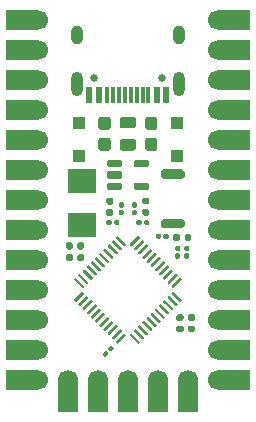
<source format=gbr>
%TF.GenerationSoftware,KiCad,Pcbnew,(5.1.8)-1*%
%TF.CreationDate,2021-02-16T22:48:13+07:00*%
%TF.ProjectId,ArduinoMicroC,41726475-696e-46f4-9d69-63726f432e6b,rev?*%
%TF.SameCoordinates,Original*%
%TF.FileFunction,Soldermask,Top*%
%TF.FilePolarity,Negative*%
%FSLAX46Y46*%
G04 Gerber Fmt 4.6, Leading zero omitted, Abs format (unit mm)*
G04 Created by KiCad (PCBNEW (5.1.8)-1) date 2021-02-16 22:48:13*
%MOMM*%
%LPD*%
G01*
G04 APERTURE LIST*
%ADD10R,2.700000X1.700000*%
%ADD11C,1.700000*%
%ADD12R,2.400000X2.000000*%
%ADD13R,1.100000X1.100000*%
%ADD14R,1.700000X2.700000*%
%ADD15R,0.600000X1.450000*%
%ADD16R,0.300000X1.450000*%
%ADD17O,1.000000X2.100000*%
%ADD18C,0.650000*%
%ADD19O,1.000000X1.600000*%
G04 APERTURE END LIST*
D10*
%TO.C,J4*%
X150257500Y-74168000D03*
X150257500Y-76708000D03*
X150257500Y-79248000D03*
X150257500Y-81788000D03*
X150257500Y-84328000D03*
X150257500Y-86868000D03*
X150257500Y-89408000D03*
X150257500Y-91948000D03*
X150257500Y-94488000D03*
X150257500Y-97028000D03*
X150257500Y-99568000D03*
X150257500Y-102108000D03*
X150257500Y-104648000D03*
D11*
X148907500Y-74168000D03*
X148907500Y-76708000D03*
X148907500Y-79248000D03*
X148907500Y-81788000D03*
X148907500Y-84328000D03*
X148907500Y-86868000D03*
X148907500Y-89408000D03*
X148907500Y-91948000D03*
X148907500Y-94488000D03*
X148907500Y-97028000D03*
X148907500Y-99568000D03*
X148907500Y-102108000D03*
X148907500Y-104648000D03*
%TD*%
%TO.C,J2*%
X133658600Y-74168000D03*
X133658600Y-76708000D03*
X133658600Y-79248000D03*
X133658600Y-81788000D03*
X133658600Y-84328000D03*
X133658600Y-86868000D03*
X133658600Y-89408000D03*
X133658600Y-91948000D03*
X133658600Y-94488000D03*
X133658600Y-97028000D03*
X133658600Y-99568000D03*
X133658600Y-102108000D03*
X133658600Y-104648000D03*
D10*
X132308600Y-74168000D03*
X132308600Y-76708000D03*
X132308600Y-79248000D03*
X132308600Y-81788000D03*
X132308600Y-84328000D03*
X132308600Y-86868000D03*
X132308600Y-89408000D03*
X132308600Y-91948000D03*
X132308600Y-94488000D03*
X132308600Y-97028000D03*
X132308600Y-99568000D03*
X132308600Y-102108000D03*
X132308600Y-104648000D03*
%TD*%
%TO.C,R7*%
G36*
G01*
X144280720Y-92573780D02*
X144280720Y-92373780D01*
G75*
G02*
X144380720Y-92273780I100000J0D01*
G01*
X144640720Y-92273780D01*
G75*
G02*
X144740720Y-92373780I0J-100000D01*
G01*
X144740720Y-92573780D01*
G75*
G02*
X144640720Y-92673780I-100000J0D01*
G01*
X144380720Y-92673780D01*
G75*
G02*
X144280720Y-92573780I0J100000D01*
G01*
G37*
G36*
G01*
X143640720Y-92573780D02*
X143640720Y-92373780D01*
G75*
G02*
X143740720Y-92273780I100000J0D01*
G01*
X144000720Y-92273780D01*
G75*
G02*
X144100720Y-92373780I0J-100000D01*
G01*
X144100720Y-92573780D01*
G75*
G02*
X144000720Y-92673780I-100000J0D01*
G01*
X143740720Y-92673780D01*
G75*
G02*
X143640720Y-92573780I0J100000D01*
G01*
G37*
%TD*%
%TO.C,U2*%
G36*
G01*
X145155048Y-97180698D02*
X145826800Y-97852450D01*
G75*
G02*
X145826800Y-97940838I-44194J-44194D01*
G01*
X145738412Y-98029226D01*
G75*
G02*
X145650024Y-98029226I-44194J44194D01*
G01*
X144978272Y-97357474D01*
G75*
G02*
X144978272Y-97269086I44194J44194D01*
G01*
X145066660Y-97180698D01*
G75*
G02*
X145155048Y-97180698I44194J-44194D01*
G01*
G37*
G36*
G01*
X144801494Y-97534251D02*
X145473246Y-98206003D01*
G75*
G02*
X145473246Y-98294391I-44194J-44194D01*
G01*
X145384858Y-98382779D01*
G75*
G02*
X145296470Y-98382779I-44194J44194D01*
G01*
X144624718Y-97711027D01*
G75*
G02*
X144624718Y-97622639I44194J44194D01*
G01*
X144713106Y-97534251D01*
G75*
G02*
X144801494Y-97534251I44194J-44194D01*
G01*
G37*
G36*
G01*
X144447941Y-97887805D02*
X145119693Y-98559557D01*
G75*
G02*
X145119693Y-98647945I-44194J-44194D01*
G01*
X145031305Y-98736333D01*
G75*
G02*
X144942917Y-98736333I-44194J44194D01*
G01*
X144271165Y-98064581D01*
G75*
G02*
X144271165Y-97976193I44194J44194D01*
G01*
X144359553Y-97887805D01*
G75*
G02*
X144447941Y-97887805I44194J-44194D01*
G01*
G37*
G36*
G01*
X144094388Y-98241358D02*
X144766140Y-98913110D01*
G75*
G02*
X144766140Y-99001498I-44194J-44194D01*
G01*
X144677752Y-99089886D01*
G75*
G02*
X144589364Y-99089886I-44194J44194D01*
G01*
X143917612Y-98418134D01*
G75*
G02*
X143917612Y-98329746I44194J44194D01*
G01*
X144006000Y-98241358D01*
G75*
G02*
X144094388Y-98241358I44194J-44194D01*
G01*
G37*
G36*
G01*
X143740834Y-98594911D02*
X144412586Y-99266663D01*
G75*
G02*
X144412586Y-99355051I-44194J-44194D01*
G01*
X144324198Y-99443439D01*
G75*
G02*
X144235810Y-99443439I-44194J44194D01*
G01*
X143564058Y-98771687D01*
G75*
G02*
X143564058Y-98683299I44194J44194D01*
G01*
X143652446Y-98594911D01*
G75*
G02*
X143740834Y-98594911I44194J-44194D01*
G01*
G37*
G36*
G01*
X143387281Y-98948465D02*
X144059033Y-99620217D01*
G75*
G02*
X144059033Y-99708605I-44194J-44194D01*
G01*
X143970645Y-99796993D01*
G75*
G02*
X143882257Y-99796993I-44194J44194D01*
G01*
X143210505Y-99125241D01*
G75*
G02*
X143210505Y-99036853I44194J44194D01*
G01*
X143298893Y-98948465D01*
G75*
G02*
X143387281Y-98948465I44194J-44194D01*
G01*
G37*
G36*
G01*
X143033727Y-99302018D02*
X143705479Y-99973770D01*
G75*
G02*
X143705479Y-100062158I-44194J-44194D01*
G01*
X143617091Y-100150546D01*
G75*
G02*
X143528703Y-100150546I-44194J44194D01*
G01*
X142856951Y-99478794D01*
G75*
G02*
X142856951Y-99390406I44194J44194D01*
G01*
X142945339Y-99302018D01*
G75*
G02*
X143033727Y-99302018I44194J-44194D01*
G01*
G37*
G36*
G01*
X142680174Y-99655572D02*
X143351926Y-100327324D01*
G75*
G02*
X143351926Y-100415712I-44194J-44194D01*
G01*
X143263538Y-100504100D01*
G75*
G02*
X143175150Y-100504100I-44194J44194D01*
G01*
X142503398Y-99832348D01*
G75*
G02*
X142503398Y-99743960I44194J44194D01*
G01*
X142591786Y-99655572D01*
G75*
G02*
X142680174Y-99655572I44194J-44194D01*
G01*
G37*
G36*
G01*
X142326621Y-100009125D02*
X142998373Y-100680877D01*
G75*
G02*
X142998373Y-100769265I-44194J-44194D01*
G01*
X142909985Y-100857653D01*
G75*
G02*
X142821597Y-100857653I-44194J44194D01*
G01*
X142149845Y-100185901D01*
G75*
G02*
X142149845Y-100097513I44194J44194D01*
G01*
X142238233Y-100009125D01*
G75*
G02*
X142326621Y-100009125I44194J-44194D01*
G01*
G37*
G36*
G01*
X141973067Y-100362678D02*
X142644819Y-101034430D01*
G75*
G02*
X142644819Y-101122818I-44194J-44194D01*
G01*
X142556431Y-101211206D01*
G75*
G02*
X142468043Y-101211206I-44194J44194D01*
G01*
X141796291Y-100539454D01*
G75*
G02*
X141796291Y-100451066I44194J44194D01*
G01*
X141884679Y-100362678D01*
G75*
G02*
X141973067Y-100362678I44194J-44194D01*
G01*
G37*
G36*
G01*
X141619514Y-100716232D02*
X142291266Y-101387984D01*
G75*
G02*
X142291266Y-101476372I-44194J-44194D01*
G01*
X142202878Y-101564760D01*
G75*
G02*
X142114490Y-101564760I-44194J44194D01*
G01*
X141442738Y-100893008D01*
G75*
G02*
X141442738Y-100804620I44194J44194D01*
G01*
X141531126Y-100716232D01*
G75*
G02*
X141619514Y-100716232I44194J-44194D01*
G01*
G37*
G36*
G01*
X141018474Y-100716232D02*
X141106862Y-100804620D01*
G75*
G02*
X141106862Y-100893008I-44194J-44194D01*
G01*
X140435110Y-101564760D01*
G75*
G02*
X140346722Y-101564760I-44194J44194D01*
G01*
X140258334Y-101476372D01*
G75*
G02*
X140258334Y-101387984I44194J44194D01*
G01*
X140930086Y-100716232D01*
G75*
G02*
X141018474Y-100716232I44194J-44194D01*
G01*
G37*
G36*
G01*
X140664921Y-100362678D02*
X140753309Y-100451066D01*
G75*
G02*
X140753309Y-100539454I-44194J-44194D01*
G01*
X140081557Y-101211206D01*
G75*
G02*
X139993169Y-101211206I-44194J44194D01*
G01*
X139904781Y-101122818D01*
G75*
G02*
X139904781Y-101034430I44194J44194D01*
G01*
X140576533Y-100362678D01*
G75*
G02*
X140664921Y-100362678I44194J-44194D01*
G01*
G37*
G36*
G01*
X140311367Y-100009125D02*
X140399755Y-100097513D01*
G75*
G02*
X140399755Y-100185901I-44194J-44194D01*
G01*
X139728003Y-100857653D01*
G75*
G02*
X139639615Y-100857653I-44194J44194D01*
G01*
X139551227Y-100769265D01*
G75*
G02*
X139551227Y-100680877I44194J44194D01*
G01*
X140222979Y-100009125D01*
G75*
G02*
X140311367Y-100009125I44194J-44194D01*
G01*
G37*
G36*
G01*
X139957814Y-99655572D02*
X140046202Y-99743960D01*
G75*
G02*
X140046202Y-99832348I-44194J-44194D01*
G01*
X139374450Y-100504100D01*
G75*
G02*
X139286062Y-100504100I-44194J44194D01*
G01*
X139197674Y-100415712D01*
G75*
G02*
X139197674Y-100327324I44194J44194D01*
G01*
X139869426Y-99655572D01*
G75*
G02*
X139957814Y-99655572I44194J-44194D01*
G01*
G37*
G36*
G01*
X139604261Y-99302018D02*
X139692649Y-99390406D01*
G75*
G02*
X139692649Y-99478794I-44194J-44194D01*
G01*
X139020897Y-100150546D01*
G75*
G02*
X138932509Y-100150546I-44194J44194D01*
G01*
X138844121Y-100062158D01*
G75*
G02*
X138844121Y-99973770I44194J44194D01*
G01*
X139515873Y-99302018D01*
G75*
G02*
X139604261Y-99302018I44194J-44194D01*
G01*
G37*
G36*
G01*
X139250707Y-98948465D02*
X139339095Y-99036853D01*
G75*
G02*
X139339095Y-99125241I-44194J-44194D01*
G01*
X138667343Y-99796993D01*
G75*
G02*
X138578955Y-99796993I-44194J44194D01*
G01*
X138490567Y-99708605D01*
G75*
G02*
X138490567Y-99620217I44194J44194D01*
G01*
X139162319Y-98948465D01*
G75*
G02*
X139250707Y-98948465I44194J-44194D01*
G01*
G37*
G36*
G01*
X138897154Y-98594911D02*
X138985542Y-98683299D01*
G75*
G02*
X138985542Y-98771687I-44194J-44194D01*
G01*
X138313790Y-99443439D01*
G75*
G02*
X138225402Y-99443439I-44194J44194D01*
G01*
X138137014Y-99355051D01*
G75*
G02*
X138137014Y-99266663I44194J44194D01*
G01*
X138808766Y-98594911D01*
G75*
G02*
X138897154Y-98594911I44194J-44194D01*
G01*
G37*
G36*
G01*
X138543600Y-98241358D02*
X138631988Y-98329746D01*
G75*
G02*
X138631988Y-98418134I-44194J-44194D01*
G01*
X137960236Y-99089886D01*
G75*
G02*
X137871848Y-99089886I-44194J44194D01*
G01*
X137783460Y-99001498D01*
G75*
G02*
X137783460Y-98913110I44194J44194D01*
G01*
X138455212Y-98241358D01*
G75*
G02*
X138543600Y-98241358I44194J-44194D01*
G01*
G37*
G36*
G01*
X138190047Y-97887805D02*
X138278435Y-97976193D01*
G75*
G02*
X138278435Y-98064581I-44194J-44194D01*
G01*
X137606683Y-98736333D01*
G75*
G02*
X137518295Y-98736333I-44194J44194D01*
G01*
X137429907Y-98647945D01*
G75*
G02*
X137429907Y-98559557I44194J44194D01*
G01*
X138101659Y-97887805D01*
G75*
G02*
X138190047Y-97887805I44194J-44194D01*
G01*
G37*
G36*
G01*
X137836494Y-97534251D02*
X137924882Y-97622639D01*
G75*
G02*
X137924882Y-97711027I-44194J-44194D01*
G01*
X137253130Y-98382779D01*
G75*
G02*
X137164742Y-98382779I-44194J44194D01*
G01*
X137076354Y-98294391D01*
G75*
G02*
X137076354Y-98206003I44194J44194D01*
G01*
X137748106Y-97534251D01*
G75*
G02*
X137836494Y-97534251I44194J-44194D01*
G01*
G37*
G36*
G01*
X137482940Y-97180698D02*
X137571328Y-97269086D01*
G75*
G02*
X137571328Y-97357474I-44194J-44194D01*
G01*
X136899576Y-98029226D01*
G75*
G02*
X136811188Y-98029226I-44194J44194D01*
G01*
X136722800Y-97940838D01*
G75*
G02*
X136722800Y-97852450I44194J44194D01*
G01*
X137394552Y-97180698D01*
G75*
G02*
X137482940Y-97180698I44194J-44194D01*
G01*
G37*
G36*
G01*
X136899576Y-95996294D02*
X137571328Y-96668046D01*
G75*
G02*
X137571328Y-96756434I-44194J-44194D01*
G01*
X137482940Y-96844822D01*
G75*
G02*
X137394552Y-96844822I-44194J44194D01*
G01*
X136722800Y-96173070D01*
G75*
G02*
X136722800Y-96084682I44194J44194D01*
G01*
X136811188Y-95996294D01*
G75*
G02*
X136899576Y-95996294I44194J-44194D01*
G01*
G37*
G36*
G01*
X137253130Y-95642741D02*
X137924882Y-96314493D01*
G75*
G02*
X137924882Y-96402881I-44194J-44194D01*
G01*
X137836494Y-96491269D01*
G75*
G02*
X137748106Y-96491269I-44194J44194D01*
G01*
X137076354Y-95819517D01*
G75*
G02*
X137076354Y-95731129I44194J44194D01*
G01*
X137164742Y-95642741D01*
G75*
G02*
X137253130Y-95642741I44194J-44194D01*
G01*
G37*
G36*
G01*
X137606683Y-95289187D02*
X138278435Y-95960939D01*
G75*
G02*
X138278435Y-96049327I-44194J-44194D01*
G01*
X138190047Y-96137715D01*
G75*
G02*
X138101659Y-96137715I-44194J44194D01*
G01*
X137429907Y-95465963D01*
G75*
G02*
X137429907Y-95377575I44194J44194D01*
G01*
X137518295Y-95289187D01*
G75*
G02*
X137606683Y-95289187I44194J-44194D01*
G01*
G37*
G36*
G01*
X137960236Y-94935634D02*
X138631988Y-95607386D01*
G75*
G02*
X138631988Y-95695774I-44194J-44194D01*
G01*
X138543600Y-95784162D01*
G75*
G02*
X138455212Y-95784162I-44194J44194D01*
G01*
X137783460Y-95112410D01*
G75*
G02*
X137783460Y-95024022I44194J44194D01*
G01*
X137871848Y-94935634D01*
G75*
G02*
X137960236Y-94935634I44194J-44194D01*
G01*
G37*
G36*
G01*
X138313790Y-94582081D02*
X138985542Y-95253833D01*
G75*
G02*
X138985542Y-95342221I-44194J-44194D01*
G01*
X138897154Y-95430609D01*
G75*
G02*
X138808766Y-95430609I-44194J44194D01*
G01*
X138137014Y-94758857D01*
G75*
G02*
X138137014Y-94670469I44194J44194D01*
G01*
X138225402Y-94582081D01*
G75*
G02*
X138313790Y-94582081I44194J-44194D01*
G01*
G37*
G36*
G01*
X138667343Y-94228527D02*
X139339095Y-94900279D01*
G75*
G02*
X139339095Y-94988667I-44194J-44194D01*
G01*
X139250707Y-95077055D01*
G75*
G02*
X139162319Y-95077055I-44194J44194D01*
G01*
X138490567Y-94405303D01*
G75*
G02*
X138490567Y-94316915I44194J44194D01*
G01*
X138578955Y-94228527D01*
G75*
G02*
X138667343Y-94228527I44194J-44194D01*
G01*
G37*
G36*
G01*
X139020897Y-93874974D02*
X139692649Y-94546726D01*
G75*
G02*
X139692649Y-94635114I-44194J-44194D01*
G01*
X139604261Y-94723502D01*
G75*
G02*
X139515873Y-94723502I-44194J44194D01*
G01*
X138844121Y-94051750D01*
G75*
G02*
X138844121Y-93963362I44194J44194D01*
G01*
X138932509Y-93874974D01*
G75*
G02*
X139020897Y-93874974I44194J-44194D01*
G01*
G37*
G36*
G01*
X139374450Y-93521420D02*
X140046202Y-94193172D01*
G75*
G02*
X140046202Y-94281560I-44194J-44194D01*
G01*
X139957814Y-94369948D01*
G75*
G02*
X139869426Y-94369948I-44194J44194D01*
G01*
X139197674Y-93698196D01*
G75*
G02*
X139197674Y-93609808I44194J44194D01*
G01*
X139286062Y-93521420D01*
G75*
G02*
X139374450Y-93521420I44194J-44194D01*
G01*
G37*
G36*
G01*
X139728003Y-93167867D02*
X140399755Y-93839619D01*
G75*
G02*
X140399755Y-93928007I-44194J-44194D01*
G01*
X140311367Y-94016395D01*
G75*
G02*
X140222979Y-94016395I-44194J44194D01*
G01*
X139551227Y-93344643D01*
G75*
G02*
X139551227Y-93256255I44194J44194D01*
G01*
X139639615Y-93167867D01*
G75*
G02*
X139728003Y-93167867I44194J-44194D01*
G01*
G37*
G36*
G01*
X140081557Y-92814314D02*
X140753309Y-93486066D01*
G75*
G02*
X140753309Y-93574454I-44194J-44194D01*
G01*
X140664921Y-93662842D01*
G75*
G02*
X140576533Y-93662842I-44194J44194D01*
G01*
X139904781Y-92991090D01*
G75*
G02*
X139904781Y-92902702I44194J44194D01*
G01*
X139993169Y-92814314D01*
G75*
G02*
X140081557Y-92814314I44194J-44194D01*
G01*
G37*
G36*
G01*
X140435110Y-92460760D02*
X141106862Y-93132512D01*
G75*
G02*
X141106862Y-93220900I-44194J-44194D01*
G01*
X141018474Y-93309288D01*
G75*
G02*
X140930086Y-93309288I-44194J44194D01*
G01*
X140258334Y-92637536D01*
G75*
G02*
X140258334Y-92549148I44194J44194D01*
G01*
X140346722Y-92460760D01*
G75*
G02*
X140435110Y-92460760I44194J-44194D01*
G01*
G37*
G36*
G01*
X142202878Y-92460760D02*
X142291266Y-92549148D01*
G75*
G02*
X142291266Y-92637536I-44194J-44194D01*
G01*
X141619514Y-93309288D01*
G75*
G02*
X141531126Y-93309288I-44194J44194D01*
G01*
X141442738Y-93220900D01*
G75*
G02*
X141442738Y-93132512I44194J44194D01*
G01*
X142114490Y-92460760D01*
G75*
G02*
X142202878Y-92460760I44194J-44194D01*
G01*
G37*
G36*
G01*
X142556431Y-92814314D02*
X142644819Y-92902702D01*
G75*
G02*
X142644819Y-92991090I-44194J-44194D01*
G01*
X141973067Y-93662842D01*
G75*
G02*
X141884679Y-93662842I-44194J44194D01*
G01*
X141796291Y-93574454D01*
G75*
G02*
X141796291Y-93486066I44194J44194D01*
G01*
X142468043Y-92814314D01*
G75*
G02*
X142556431Y-92814314I44194J-44194D01*
G01*
G37*
G36*
G01*
X142909985Y-93167867D02*
X142998373Y-93256255D01*
G75*
G02*
X142998373Y-93344643I-44194J-44194D01*
G01*
X142326621Y-94016395D01*
G75*
G02*
X142238233Y-94016395I-44194J44194D01*
G01*
X142149845Y-93928007D01*
G75*
G02*
X142149845Y-93839619I44194J44194D01*
G01*
X142821597Y-93167867D01*
G75*
G02*
X142909985Y-93167867I44194J-44194D01*
G01*
G37*
G36*
G01*
X143263538Y-93521420D02*
X143351926Y-93609808D01*
G75*
G02*
X143351926Y-93698196I-44194J-44194D01*
G01*
X142680174Y-94369948D01*
G75*
G02*
X142591786Y-94369948I-44194J44194D01*
G01*
X142503398Y-94281560D01*
G75*
G02*
X142503398Y-94193172I44194J44194D01*
G01*
X143175150Y-93521420D01*
G75*
G02*
X143263538Y-93521420I44194J-44194D01*
G01*
G37*
G36*
G01*
X143617091Y-93874974D02*
X143705479Y-93963362D01*
G75*
G02*
X143705479Y-94051750I-44194J-44194D01*
G01*
X143033727Y-94723502D01*
G75*
G02*
X142945339Y-94723502I-44194J44194D01*
G01*
X142856951Y-94635114D01*
G75*
G02*
X142856951Y-94546726I44194J44194D01*
G01*
X143528703Y-93874974D01*
G75*
G02*
X143617091Y-93874974I44194J-44194D01*
G01*
G37*
G36*
G01*
X143970645Y-94228527D02*
X144059033Y-94316915D01*
G75*
G02*
X144059033Y-94405303I-44194J-44194D01*
G01*
X143387281Y-95077055D01*
G75*
G02*
X143298893Y-95077055I-44194J44194D01*
G01*
X143210505Y-94988667D01*
G75*
G02*
X143210505Y-94900279I44194J44194D01*
G01*
X143882257Y-94228527D01*
G75*
G02*
X143970645Y-94228527I44194J-44194D01*
G01*
G37*
G36*
G01*
X144324198Y-94582081D02*
X144412586Y-94670469D01*
G75*
G02*
X144412586Y-94758857I-44194J-44194D01*
G01*
X143740834Y-95430609D01*
G75*
G02*
X143652446Y-95430609I-44194J44194D01*
G01*
X143564058Y-95342221D01*
G75*
G02*
X143564058Y-95253833I44194J44194D01*
G01*
X144235810Y-94582081D01*
G75*
G02*
X144324198Y-94582081I44194J-44194D01*
G01*
G37*
G36*
G01*
X144677752Y-94935634D02*
X144766140Y-95024022D01*
G75*
G02*
X144766140Y-95112410I-44194J-44194D01*
G01*
X144094388Y-95784162D01*
G75*
G02*
X144006000Y-95784162I-44194J44194D01*
G01*
X143917612Y-95695774D01*
G75*
G02*
X143917612Y-95607386I44194J44194D01*
G01*
X144589364Y-94935634D01*
G75*
G02*
X144677752Y-94935634I44194J-44194D01*
G01*
G37*
G36*
G01*
X145031305Y-95289187D02*
X145119693Y-95377575D01*
G75*
G02*
X145119693Y-95465963I-44194J-44194D01*
G01*
X144447941Y-96137715D01*
G75*
G02*
X144359553Y-96137715I-44194J44194D01*
G01*
X144271165Y-96049327D01*
G75*
G02*
X144271165Y-95960939I44194J44194D01*
G01*
X144942917Y-95289187D01*
G75*
G02*
X145031305Y-95289187I44194J-44194D01*
G01*
G37*
G36*
G01*
X145384858Y-95642741D02*
X145473246Y-95731129D01*
G75*
G02*
X145473246Y-95819517I-44194J-44194D01*
G01*
X144801494Y-96491269D01*
G75*
G02*
X144713106Y-96491269I-44194J44194D01*
G01*
X144624718Y-96402881D01*
G75*
G02*
X144624718Y-96314493I44194J44194D01*
G01*
X145296470Y-95642741D01*
G75*
G02*
X145384858Y-95642741I44194J-44194D01*
G01*
G37*
G36*
G01*
X145738412Y-95996294D02*
X145826800Y-96084682D01*
G75*
G02*
X145826800Y-96173070I-44194J-44194D01*
G01*
X145155048Y-96844822D01*
G75*
G02*
X145066660Y-96844822I-44194J44194D01*
G01*
X144978272Y-96756434D01*
G75*
G02*
X144978272Y-96668046I44194J44194D01*
G01*
X145650024Y-95996294D01*
G75*
G02*
X145738412Y-95996294I44194J-44194D01*
G01*
G37*
%TD*%
%TO.C,C7*%
G36*
G01*
X145669660Y-92410460D02*
X145669660Y-92750460D01*
G75*
G02*
X145529660Y-92890460I-140000J0D01*
G01*
X145249660Y-92890460D01*
G75*
G02*
X145109660Y-92750460I0J140000D01*
G01*
X145109660Y-92410460D01*
G75*
G02*
X145249660Y-92270460I140000J0D01*
G01*
X145529660Y-92270460D01*
G75*
G02*
X145669660Y-92410460I0J-140000D01*
G01*
G37*
G36*
G01*
X146629660Y-92410460D02*
X146629660Y-92750460D01*
G75*
G02*
X146489660Y-92890460I-140000J0D01*
G01*
X146209660Y-92890460D01*
G75*
G02*
X146069660Y-92750460I0J140000D01*
G01*
X146069660Y-92410460D01*
G75*
G02*
X146209660Y-92270460I140000J0D01*
G01*
X146489660Y-92270460D01*
G75*
G02*
X146629660Y-92410460I0J-140000D01*
G01*
G37*
%TD*%
%TO.C,C5*%
G36*
G01*
X137001860Y-94444640D02*
X137001860Y-94104640D01*
G75*
G02*
X137141860Y-93964640I140000J0D01*
G01*
X137421860Y-93964640D01*
G75*
G02*
X137561860Y-94104640I0J-140000D01*
G01*
X137561860Y-94444640D01*
G75*
G02*
X137421860Y-94584640I-140000J0D01*
G01*
X137141860Y-94584640D01*
G75*
G02*
X137001860Y-94444640I0J140000D01*
G01*
G37*
G36*
G01*
X136041860Y-94444640D02*
X136041860Y-94104640D01*
G75*
G02*
X136181860Y-93964640I140000J0D01*
G01*
X136461860Y-93964640D01*
G75*
G02*
X136601860Y-94104640I0J-140000D01*
G01*
X136601860Y-94444640D01*
G75*
G02*
X136461860Y-94584640I-140000J0D01*
G01*
X136181860Y-94584640D01*
G75*
G02*
X136041860Y-94444640I0J140000D01*
G01*
G37*
%TD*%
%TO.C,C4*%
G36*
G01*
X136601860Y-93114040D02*
X136601860Y-93454040D01*
G75*
G02*
X136461860Y-93594040I-140000J0D01*
G01*
X136181860Y-93594040D01*
G75*
G02*
X136041860Y-93454040I0J140000D01*
G01*
X136041860Y-93114040D01*
G75*
G02*
X136181860Y-92974040I140000J0D01*
G01*
X136461860Y-92974040D01*
G75*
G02*
X136601860Y-93114040I0J-140000D01*
G01*
G37*
G36*
G01*
X137561860Y-93114040D02*
X137561860Y-93454040D01*
G75*
G02*
X137421860Y-93594040I-140000J0D01*
G01*
X137141860Y-93594040D01*
G75*
G02*
X137001860Y-93454040I0J140000D01*
G01*
X137001860Y-93114040D01*
G75*
G02*
X137141860Y-92974040I140000J0D01*
G01*
X137421860Y-92974040D01*
G75*
G02*
X137561860Y-93114040I0J-140000D01*
G01*
G37*
%TD*%
%TO.C,D2*%
G36*
G01*
X139902980Y-89786960D02*
X139557980Y-89786960D01*
G75*
G02*
X139410480Y-89639460I0J147500D01*
G01*
X139410480Y-89344460D01*
G75*
G02*
X139557980Y-89196960I147500J0D01*
G01*
X139902980Y-89196960D01*
G75*
G02*
X140050480Y-89344460I0J-147500D01*
G01*
X140050480Y-89639460D01*
G75*
G02*
X139902980Y-89786960I-147500J0D01*
G01*
G37*
G36*
G01*
X139902980Y-90756960D02*
X139557980Y-90756960D01*
G75*
G02*
X139410480Y-90609460I0J147500D01*
G01*
X139410480Y-90314460D01*
G75*
G02*
X139557980Y-90166960I147500J0D01*
G01*
X139902980Y-90166960D01*
G75*
G02*
X140050480Y-90314460I0J-147500D01*
G01*
X140050480Y-90609460D01*
G75*
G02*
X139902980Y-90756960I-147500J0D01*
G01*
G37*
%TD*%
%TO.C,C2*%
G36*
G01*
X142616100Y-90166800D02*
X142956100Y-90166800D01*
G75*
G02*
X143096100Y-90306800I0J-140000D01*
G01*
X143096100Y-90586800D01*
G75*
G02*
X142956100Y-90726800I-140000J0D01*
G01*
X142616100Y-90726800D01*
G75*
G02*
X142476100Y-90586800I0J140000D01*
G01*
X142476100Y-90306800D01*
G75*
G02*
X142616100Y-90166800I140000J0D01*
G01*
G37*
G36*
G01*
X142616100Y-89206800D02*
X142956100Y-89206800D01*
G75*
G02*
X143096100Y-89346800I0J-140000D01*
G01*
X143096100Y-89626800D01*
G75*
G02*
X142956100Y-89766800I-140000J0D01*
G01*
X142616100Y-89766800D01*
G75*
G02*
X142476100Y-89626800I0J140000D01*
G01*
X142476100Y-89346800D01*
G75*
G02*
X142616100Y-89206800I140000J0D01*
G01*
G37*
%TD*%
D12*
%TO.C,Y1*%
X137360660Y-87817080D03*
X137360660Y-91517080D03*
%TD*%
%TO.C,SW2*%
G36*
G01*
X144274640Y-86806400D02*
X145874640Y-86806400D01*
G75*
G02*
X146074640Y-87006400I0J-200000D01*
G01*
X146074640Y-87406400D01*
G75*
G02*
X145874640Y-87606400I-200000J0D01*
G01*
X144274640Y-87606400D01*
G75*
G02*
X144074640Y-87406400I0J200000D01*
G01*
X144074640Y-87006400D01*
G75*
G02*
X144274640Y-86806400I200000J0D01*
G01*
G37*
G36*
G01*
X144274640Y-91006400D02*
X145874640Y-91006400D01*
G75*
G02*
X146074640Y-91206400I0J-200000D01*
G01*
X146074640Y-91606400D01*
G75*
G02*
X145874640Y-91806400I-200000J0D01*
G01*
X144274640Y-91806400D01*
G75*
G02*
X144074640Y-91606400I0J200000D01*
G01*
X144074640Y-91206400D01*
G75*
G02*
X144274640Y-91006400I200000J0D01*
G01*
G37*
%TD*%
%TO.C,U1*%
G36*
G01*
X141747260Y-86486980D02*
X141747260Y-86186980D01*
G75*
G02*
X141897260Y-86036980I150000J0D01*
G01*
X142922260Y-86036980D01*
G75*
G02*
X143072260Y-86186980I0J-150000D01*
G01*
X143072260Y-86486980D01*
G75*
G02*
X142922260Y-86636980I-150000J0D01*
G01*
X141897260Y-86636980D01*
G75*
G02*
X141747260Y-86486980I0J150000D01*
G01*
G37*
G36*
G01*
X141747260Y-88386980D02*
X141747260Y-88086980D01*
G75*
G02*
X141897260Y-87936980I150000J0D01*
G01*
X142922260Y-87936980D01*
G75*
G02*
X143072260Y-88086980I0J-150000D01*
G01*
X143072260Y-88386980D01*
G75*
G02*
X142922260Y-88536980I-150000J0D01*
G01*
X141897260Y-88536980D01*
G75*
G02*
X141747260Y-88386980I0J150000D01*
G01*
G37*
G36*
G01*
X139472260Y-88386980D02*
X139472260Y-88086980D01*
G75*
G02*
X139622260Y-87936980I150000J0D01*
G01*
X140647260Y-87936980D01*
G75*
G02*
X140797260Y-88086980I0J-150000D01*
G01*
X140797260Y-88386980D01*
G75*
G02*
X140647260Y-88536980I-150000J0D01*
G01*
X139622260Y-88536980D01*
G75*
G02*
X139472260Y-88386980I0J150000D01*
G01*
G37*
G36*
G01*
X139472260Y-87436980D02*
X139472260Y-87136980D01*
G75*
G02*
X139622260Y-86986980I150000J0D01*
G01*
X140647260Y-86986980D01*
G75*
G02*
X140797260Y-87136980I0J-150000D01*
G01*
X140797260Y-87436980D01*
G75*
G02*
X140647260Y-87586980I-150000J0D01*
G01*
X139622260Y-87586980D01*
G75*
G02*
X139472260Y-87436980I0J150000D01*
G01*
G37*
G36*
G01*
X139472260Y-86486980D02*
X139472260Y-86186980D01*
G75*
G02*
X139622260Y-86036980I150000J0D01*
G01*
X140647260Y-86036980D01*
G75*
G02*
X140797260Y-86186980I0J-150000D01*
G01*
X140797260Y-86486980D01*
G75*
G02*
X140647260Y-86636980I-150000J0D01*
G01*
X139622260Y-86636980D01*
G75*
G02*
X139472260Y-86486980I0J150000D01*
G01*
G37*
%TD*%
%TO.C,F1*%
G36*
G01*
X140816010Y-84236980D02*
X141728510Y-84236980D01*
G75*
G02*
X141972260Y-84480730I0J-243750D01*
G01*
X141972260Y-84968230D01*
G75*
G02*
X141728510Y-85211980I-243750J0D01*
G01*
X140816010Y-85211980D01*
G75*
G02*
X140572260Y-84968230I0J243750D01*
G01*
X140572260Y-84480730D01*
G75*
G02*
X140816010Y-84236980I243750J0D01*
G01*
G37*
G36*
G01*
X140816010Y-82361980D02*
X141728510Y-82361980D01*
G75*
G02*
X141972260Y-82605730I0J-243750D01*
G01*
X141972260Y-83093230D01*
G75*
G02*
X141728510Y-83336980I-243750J0D01*
G01*
X140816010Y-83336980D01*
G75*
G02*
X140572260Y-83093230I0J243750D01*
G01*
X140572260Y-82605730D01*
G75*
G02*
X140816010Y-82361980I243750J0D01*
G01*
G37*
%TD*%
%TO.C,C3*%
G36*
G01*
X143525921Y-83479760D02*
X142975919Y-83479760D01*
G75*
G02*
X142725920Y-83229761I0J249999D01*
G01*
X142725920Y-82604759D01*
G75*
G02*
X142975919Y-82354760I249999J0D01*
G01*
X143525921Y-82354760D01*
G75*
G02*
X143775920Y-82604759I0J-249999D01*
G01*
X143775920Y-83229761D01*
G75*
G02*
X143525921Y-83479760I-249999J0D01*
G01*
G37*
G36*
G01*
X143525921Y-85254760D02*
X142975919Y-85254760D01*
G75*
G02*
X142725920Y-85004761I0J249999D01*
G01*
X142725920Y-84379759D01*
G75*
G02*
X142975919Y-84129760I249999J0D01*
G01*
X143525921Y-84129760D01*
G75*
G02*
X143775920Y-84379759I0J-249999D01*
G01*
X143775920Y-85004761D01*
G75*
G02*
X143525921Y-85254760I-249999J0D01*
G01*
G37*
%TD*%
D13*
%TO.C,D3*%
X145440400Y-82905140D03*
X145440400Y-85705140D03*
%TD*%
%TO.C,C1*%
G36*
G01*
X139563521Y-83479760D02*
X139013519Y-83479760D01*
G75*
G02*
X138763520Y-83229761I0J249999D01*
G01*
X138763520Y-82604759D01*
G75*
G02*
X139013519Y-82354760I249999J0D01*
G01*
X139563521Y-82354760D01*
G75*
G02*
X139813520Y-82604759I0J-249999D01*
G01*
X139813520Y-83229761D01*
G75*
G02*
X139563521Y-83479760I-249999J0D01*
G01*
G37*
G36*
G01*
X139563521Y-85254760D02*
X139013519Y-85254760D01*
G75*
G02*
X138763520Y-85004761I0J249999D01*
G01*
X138763520Y-84379759D01*
G75*
G02*
X139013519Y-84129760I249999J0D01*
G01*
X139563521Y-84129760D01*
G75*
G02*
X139813520Y-84379759I0J-249999D01*
G01*
X139813520Y-85004761D01*
G75*
G02*
X139563521Y-85254760I-249999J0D01*
G01*
G37*
%TD*%
%TO.C,C6*%
G36*
G01*
X145839000Y-99634700D02*
X145499000Y-99634700D01*
G75*
G02*
X145359000Y-99494700I0J140000D01*
G01*
X145359000Y-99214700D01*
G75*
G02*
X145499000Y-99074700I140000J0D01*
G01*
X145839000Y-99074700D01*
G75*
G02*
X145979000Y-99214700I0J-140000D01*
G01*
X145979000Y-99494700D01*
G75*
G02*
X145839000Y-99634700I-140000J0D01*
G01*
G37*
G36*
G01*
X145839000Y-100594700D02*
X145499000Y-100594700D01*
G75*
G02*
X145359000Y-100454700I0J140000D01*
G01*
X145359000Y-100174700D01*
G75*
G02*
X145499000Y-100034700I140000J0D01*
G01*
X145839000Y-100034700D01*
G75*
G02*
X145979000Y-100174700I0J-140000D01*
G01*
X145979000Y-100454700D01*
G75*
G02*
X145839000Y-100594700I-140000J0D01*
G01*
G37*
%TD*%
D14*
%TO.C,J3*%
X146357340Y-105996740D03*
X143817340Y-105996740D03*
X141277340Y-105996740D03*
X138737340Y-105996740D03*
X136197340Y-105996740D03*
D11*
X146357340Y-104646740D03*
X143817340Y-104646740D03*
X141277340Y-104646740D03*
X138737340Y-104646740D03*
X136197340Y-104646740D03*
%TD*%
D13*
%TO.C,D1*%
X137101580Y-82907680D03*
X137101580Y-85707680D03*
%TD*%
%TO.C,C8*%
G36*
G01*
X146476900Y-100034700D02*
X146816900Y-100034700D01*
G75*
G02*
X146956900Y-100174700I0J-140000D01*
G01*
X146956900Y-100454700D01*
G75*
G02*
X146816900Y-100594700I-140000J0D01*
G01*
X146476900Y-100594700D01*
G75*
G02*
X146336900Y-100454700I0J140000D01*
G01*
X146336900Y-100174700D01*
G75*
G02*
X146476900Y-100034700I140000J0D01*
G01*
G37*
G36*
G01*
X146476900Y-99074700D02*
X146816900Y-99074700D01*
G75*
G02*
X146956900Y-99214700I0J-140000D01*
G01*
X146956900Y-99494700D01*
G75*
G02*
X146816900Y-99634700I-140000J0D01*
G01*
X146476900Y-99634700D01*
G75*
G02*
X146336900Y-99494700I0J140000D01*
G01*
X146336900Y-99214700D01*
G75*
G02*
X146476900Y-99074700I140000J0D01*
G01*
G37*
%TD*%
D15*
%TO.C,J1*%
X138012100Y-80511700D03*
X138812100Y-80511700D03*
X143712100Y-80511700D03*
X144512100Y-80511700D03*
X144512100Y-80511700D03*
X143712100Y-80511700D03*
X138812100Y-80511700D03*
X138012100Y-80511700D03*
D16*
X143012100Y-80511700D03*
X142512100Y-80511700D03*
X142012100Y-80511700D03*
X141012100Y-80511700D03*
X140512100Y-80511700D03*
X140012100Y-80511700D03*
X139512100Y-80511700D03*
X141512100Y-80511700D03*
D17*
X136942100Y-79596700D03*
X145582100Y-79596700D03*
D18*
X144152100Y-79066700D03*
D19*
X145582100Y-75416700D03*
D18*
X138372100Y-79066700D03*
D19*
X136942100Y-75416700D03*
%TD*%
%TO.C,R3*%
G36*
G01*
X142442100Y-91213000D02*
X142442100Y-91413000D01*
G75*
G02*
X142342100Y-91513000I-100000J0D01*
G01*
X142082100Y-91513000D01*
G75*
G02*
X141982100Y-91413000I0J100000D01*
G01*
X141982100Y-91213000D01*
G75*
G02*
X142082100Y-91113000I100000J0D01*
G01*
X142342100Y-91113000D01*
G75*
G02*
X142442100Y-91213000I0J-100000D01*
G01*
G37*
G36*
G01*
X143082100Y-91213000D02*
X143082100Y-91413000D01*
G75*
G02*
X142982100Y-91513000I-100000J0D01*
G01*
X142722100Y-91513000D01*
G75*
G02*
X142622100Y-91413000I0J100000D01*
G01*
X142622100Y-91213000D01*
G75*
G02*
X142722100Y-91113000I100000J0D01*
G01*
X142982100Y-91113000D01*
G75*
G02*
X143082100Y-91213000I0J-100000D01*
G01*
G37*
%TD*%
%TO.C,R5*%
G36*
G01*
X140094800Y-91413000D02*
X140094800Y-91213000D01*
G75*
G02*
X140194800Y-91113000I100000J0D01*
G01*
X140454800Y-91113000D01*
G75*
G02*
X140554800Y-91213000I0J-100000D01*
G01*
X140554800Y-91413000D01*
G75*
G02*
X140454800Y-91513000I-100000J0D01*
G01*
X140194800Y-91513000D01*
G75*
G02*
X140094800Y-91413000I0J100000D01*
G01*
G37*
G36*
G01*
X139454800Y-91413000D02*
X139454800Y-91213000D01*
G75*
G02*
X139554800Y-91113000I100000J0D01*
G01*
X139814800Y-91113000D01*
G75*
G02*
X139914800Y-91213000I0J-100000D01*
G01*
X139914800Y-91413000D01*
G75*
G02*
X139814800Y-91513000I-100000J0D01*
G01*
X139554800Y-91513000D01*
G75*
G02*
X139454800Y-91413000I0J100000D01*
G01*
G37*
%TD*%
%TO.C,R10*%
G36*
G01*
X140803300Y-90054600D02*
X140603300Y-90054600D01*
G75*
G02*
X140503300Y-89954600I0J100000D01*
G01*
X140503300Y-89694600D01*
G75*
G02*
X140603300Y-89594600I100000J0D01*
G01*
X140803300Y-89594600D01*
G75*
G02*
X140903300Y-89694600I0J-100000D01*
G01*
X140903300Y-89954600D01*
G75*
G02*
X140803300Y-90054600I-100000J0D01*
G01*
G37*
G36*
G01*
X140803300Y-90694600D02*
X140603300Y-90694600D01*
G75*
G02*
X140503300Y-90594600I0J100000D01*
G01*
X140503300Y-90334600D01*
G75*
G02*
X140603300Y-90234600I100000J0D01*
G01*
X140803300Y-90234600D01*
G75*
G02*
X140903300Y-90334600I0J-100000D01*
G01*
X140903300Y-90594600D01*
G75*
G02*
X140803300Y-90694600I-100000J0D01*
G01*
G37*
%TD*%
%TO.C,R6*%
G36*
G01*
X139474210Y-102205068D02*
X139615632Y-102346490D01*
G75*
G02*
X139615632Y-102487912I-70711J-70711D01*
G01*
X139431784Y-102671760D01*
G75*
G02*
X139290362Y-102671760I-70711J70711D01*
G01*
X139148940Y-102530338D01*
G75*
G02*
X139148940Y-102388916I70711J70711D01*
G01*
X139332788Y-102205068D01*
G75*
G02*
X139474210Y-102205068I70711J-70711D01*
G01*
G37*
G36*
G01*
X139926758Y-101752520D02*
X140068180Y-101893942D01*
G75*
G02*
X140068180Y-102035364I-70711J-70711D01*
G01*
X139884332Y-102219212D01*
G75*
G02*
X139742910Y-102219212I-70711J70711D01*
G01*
X139601488Y-102077790D01*
G75*
G02*
X139601488Y-101936368I70711J70711D01*
G01*
X139785336Y-101752520D01*
G75*
G02*
X139926758Y-101752520I70711J-70711D01*
G01*
G37*
%TD*%
%TO.C,R4*%
G36*
G01*
X141720900Y-90234600D02*
X141920900Y-90234600D01*
G75*
G02*
X142020900Y-90334600I0J-100000D01*
G01*
X142020900Y-90594600D01*
G75*
G02*
X141920900Y-90694600I-100000J0D01*
G01*
X141720900Y-90694600D01*
G75*
G02*
X141620900Y-90594600I0J100000D01*
G01*
X141620900Y-90334600D01*
G75*
G02*
X141720900Y-90234600I100000J0D01*
G01*
G37*
G36*
G01*
X141720900Y-89594600D02*
X141920900Y-89594600D01*
G75*
G02*
X142020900Y-89694600I0J-100000D01*
G01*
X142020900Y-89954600D01*
G75*
G02*
X141920900Y-90054600I-100000J0D01*
G01*
X141720900Y-90054600D01*
G75*
G02*
X141620900Y-89954600I0J100000D01*
G01*
X141620900Y-89694600D01*
G75*
G02*
X141720900Y-89594600I100000J0D01*
G01*
G37*
%TD*%
%TO.C,R2*%
G36*
G01*
X146150660Y-93915060D02*
X146350660Y-93915060D01*
G75*
G02*
X146450660Y-94015060I0J-100000D01*
G01*
X146450660Y-94275060D01*
G75*
G02*
X146350660Y-94375060I-100000J0D01*
G01*
X146150660Y-94375060D01*
G75*
G02*
X146050660Y-94275060I0J100000D01*
G01*
X146050660Y-94015060D01*
G75*
G02*
X146150660Y-93915060I100000J0D01*
G01*
G37*
G36*
G01*
X146150660Y-93275060D02*
X146350660Y-93275060D01*
G75*
G02*
X146450660Y-93375060I0J-100000D01*
G01*
X146450660Y-93635060D01*
G75*
G02*
X146350660Y-93735060I-100000J0D01*
G01*
X146150660Y-93735060D01*
G75*
G02*
X146050660Y-93635060I0J100000D01*
G01*
X146050660Y-93375060D01*
G75*
G02*
X146150660Y-93275060I100000J0D01*
G01*
G37*
%TD*%
%TO.C,R1*%
G36*
G01*
X145388660Y-93915060D02*
X145588660Y-93915060D01*
G75*
G02*
X145688660Y-94015060I0J-100000D01*
G01*
X145688660Y-94275060D01*
G75*
G02*
X145588660Y-94375060I-100000J0D01*
G01*
X145388660Y-94375060D01*
G75*
G02*
X145288660Y-94275060I0J100000D01*
G01*
X145288660Y-94015060D01*
G75*
G02*
X145388660Y-93915060I100000J0D01*
G01*
G37*
G36*
G01*
X145388660Y-93275060D02*
X145588660Y-93275060D01*
G75*
G02*
X145688660Y-93375060I0J-100000D01*
G01*
X145688660Y-93635060D01*
G75*
G02*
X145588660Y-93735060I-100000J0D01*
G01*
X145388660Y-93735060D01*
G75*
G02*
X145288660Y-93635060I0J100000D01*
G01*
X145288660Y-93375060D01*
G75*
G02*
X145388660Y-93275060I100000J0D01*
G01*
G37*
%TD*%
M02*

</source>
